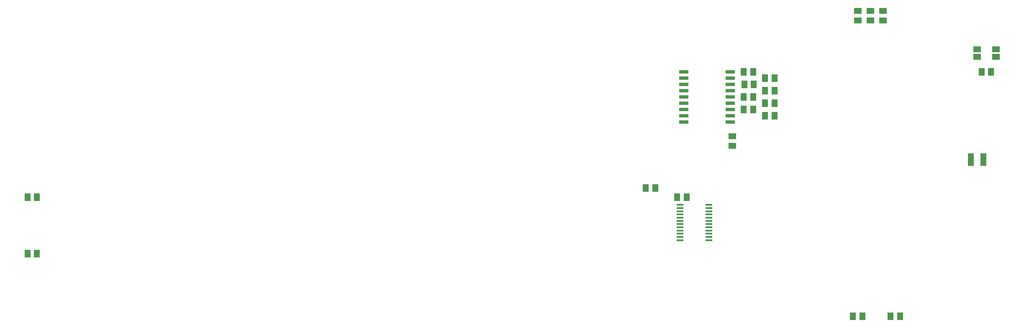
<source format=gbp>
G75*
%MOIN*%
%OFA0B0*%
%FSLAX25Y25*%
%IPPOS*%
%LPD*%
%AMOC8*
5,1,8,0,0,1.08239X$1,22.5*
%
%ADD10R,0.05906X0.05118*%
%ADD11R,0.05118X0.05906*%
%ADD12R,0.07283X0.02559*%
%ADD13R,0.05709X0.01772*%
%ADD14R,0.05000X0.10000*%
%ADD15R,0.06300X0.04600*%
D10*
X0665000Y0206260D03*
X0665000Y0213740D03*
X0765000Y0306260D03*
X0765000Y0313740D03*
X0775000Y0313740D03*
X0775000Y0306260D03*
X0785000Y0306260D03*
X0785000Y0313740D03*
D11*
X0103760Y0120000D03*
X0111240Y0120000D03*
X0111240Y0165000D03*
X0103760Y0165000D03*
X0596260Y0172500D03*
X0603740Y0172500D03*
X0621260Y0165000D03*
X0628740Y0165000D03*
X0691260Y0230000D03*
X0698740Y0230000D03*
X0698740Y0240000D03*
X0691260Y0240000D03*
X0681740Y0235000D03*
X0674260Y0235000D03*
X0674260Y0245000D03*
X0681740Y0245000D03*
X0691260Y0250000D03*
X0698740Y0250000D03*
X0698740Y0260000D03*
X0691260Y0260000D03*
X0682240Y0255000D03*
X0674760Y0255000D03*
X0674260Y0265000D03*
X0681740Y0265000D03*
X0863760Y0265000D03*
X0871240Y0265000D03*
X0798740Y0070000D03*
X0791260Y0070000D03*
X0768740Y0070000D03*
X0761260Y0070000D03*
D12*
X0663406Y0225000D03*
X0663406Y0230000D03*
X0663406Y0235000D03*
X0663406Y0240000D03*
X0663406Y0245000D03*
X0663406Y0250000D03*
X0663406Y0255000D03*
X0663406Y0260000D03*
X0663406Y0265000D03*
X0626594Y0265000D03*
X0626594Y0260000D03*
X0626594Y0255000D03*
X0626594Y0250000D03*
X0626594Y0245000D03*
X0626594Y0240000D03*
X0626594Y0235000D03*
X0626594Y0230000D03*
X0626594Y0225000D03*
D13*
X0623484Y0159075D03*
X0623484Y0156516D03*
X0623484Y0153957D03*
X0623484Y0151398D03*
X0623484Y0148839D03*
X0623484Y0146280D03*
X0623484Y0143720D03*
X0623484Y0141161D03*
X0623484Y0138602D03*
X0623484Y0136043D03*
X0623484Y0133484D03*
X0623484Y0130925D03*
X0646516Y0130925D03*
X0646516Y0133484D03*
X0646516Y0136043D03*
X0646516Y0138602D03*
X0646516Y0141161D03*
X0646516Y0143720D03*
X0646516Y0146280D03*
X0646516Y0148839D03*
X0646516Y0151398D03*
X0646516Y0153957D03*
X0646516Y0156516D03*
X0646516Y0159075D03*
D14*
X0855000Y0195000D03*
X0865000Y0195000D03*
D15*
X0860000Y0277000D03*
X0860000Y0283000D03*
X0875000Y0283000D03*
X0875000Y0277000D03*
M02*

</source>
